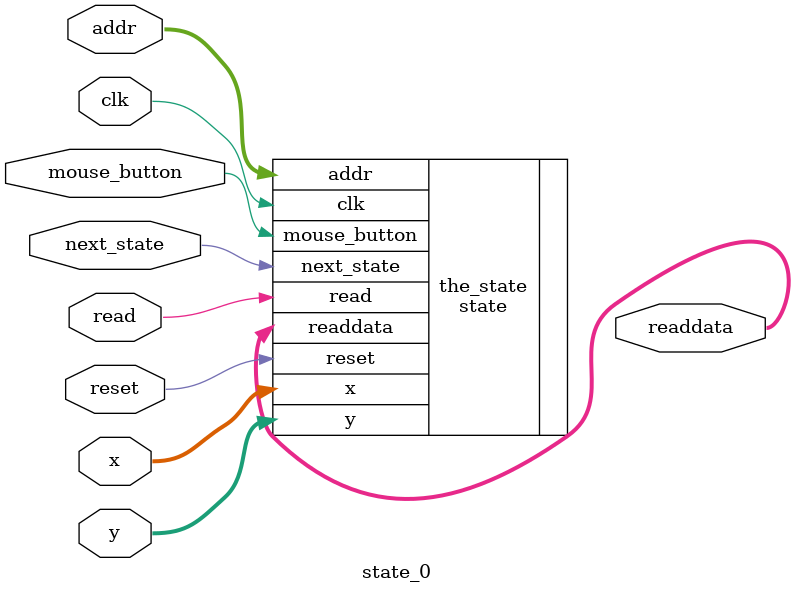
<source format=v>

`timescale 1ns / 1ps
// synthesis translate_on

// turn off superfluous verilog processor warnings 
// altera message_level Level1 
// altera message_off 10034 10035 10036 10037 10230 10240 10030 

module state_0 (
                 // inputs:
                  addr,
                  clk,
                  mouse_button,
                  next_state,
                  read,
                  reset,
                  x,
                  y,

                 // outputs:
                  readdata
               )
;

  output  [ 31: 0] readdata;
  input   [  1: 0] addr;
  input            clk;
  input            mouse_button;
  input            next_state;
  input            read;
  input            reset;
  input   [ 10: 0] x;
  input   [ 10: 0] y;

  wire    [ 31: 0] readdata;
  state the_state
    (
      .addr         (addr),
      .clk          (clk),
      .mouse_button (mouse_button),
      .next_state   (next_state),
      .read         (read),
      .readdata     (readdata),
      .reset        (reset),
      .x            (x),
      .y            (y)
    );


endmodule


</source>
